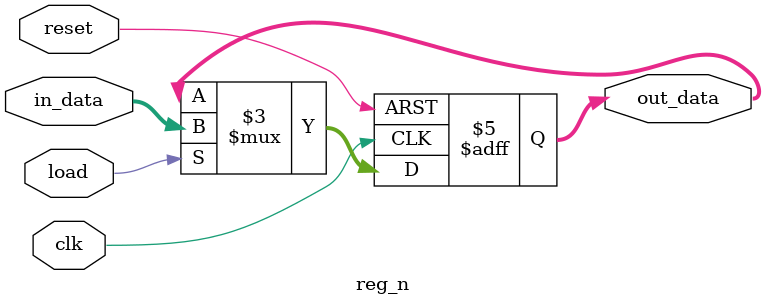
<source format=v>
module reg_n 
    # (parameter N= 64)
    (input wire clk,
    input wire load,reset,
    input [N-1:0] in_data,
    output reg [N-1:0] out_data
    );
    
    always @(posedge clk, posedge reset) begin
        if (reset)
            out_data <= 0;
        else if (load == 1)
            out_data <= in_data;
    end
endmodule
</source>
